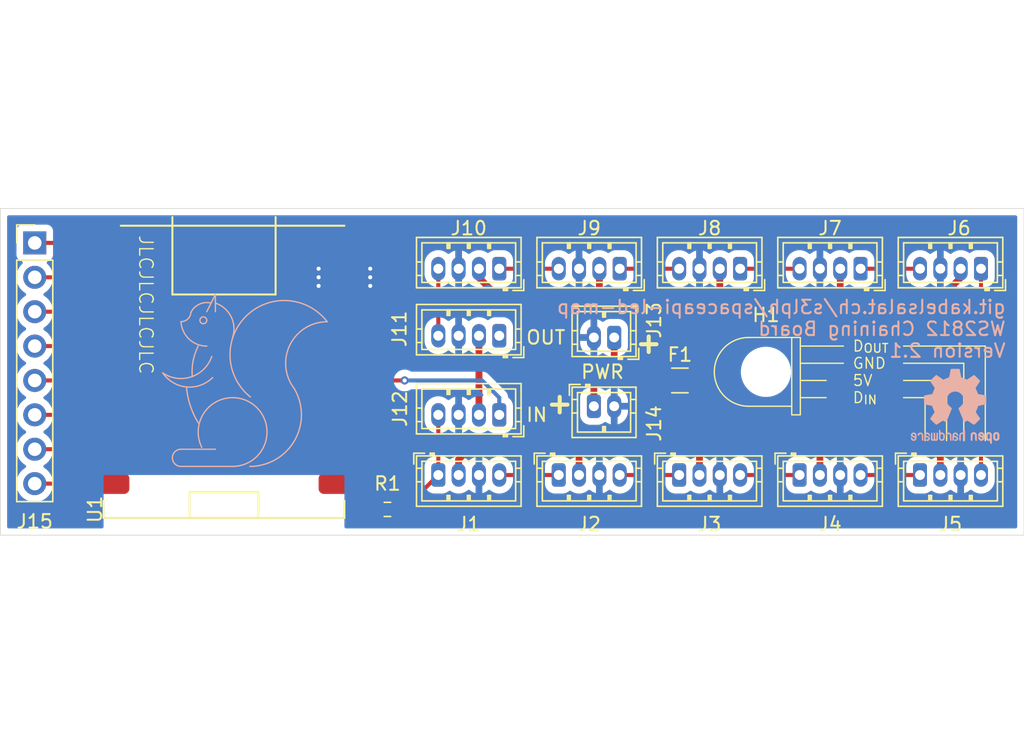
<source format=kicad_pcb>
(kicad_pcb
	(version 20240108)
	(generator "pcbnew")
	(generator_version "8.0")
	(general
		(thickness 1.6)
		(legacy_teardrops no)
	)
	(paper "A4")
	(layers
		(0 "F.Cu" signal)
		(31 "B.Cu" signal)
		(32 "B.Adhes" user "B.Adhesive")
		(33 "F.Adhes" user "F.Adhesive")
		(34 "B.Paste" user)
		(35 "F.Paste" user)
		(36 "B.SilkS" user "B.Silkscreen")
		(37 "F.SilkS" user "F.Silkscreen")
		(38 "B.Mask" user)
		(39 "F.Mask" user)
		(40 "Dwgs.User" user "User.Drawings")
		(41 "Cmts.User" user "User.Comments")
		(42 "Eco1.User" user "User.Eco1")
		(43 "Eco2.User" user "User.Eco2")
		(44 "Edge.Cuts" user)
		(45 "Margin" user)
		(46 "B.CrtYd" user "B.Courtyard")
		(47 "F.CrtYd" user "F.Courtyard")
		(48 "B.Fab" user)
		(49 "F.Fab" user)
		(50 "User.1" user)
		(51 "User.2" user)
		(52 "User.3" user)
		(53 "User.4" user)
		(54 "User.5" user)
		(55 "User.6" user)
		(56 "User.7" user)
		(57 "User.8" user)
		(58 "User.9" user)
	)
	(setup
		(pad_to_mask_clearance 0)
		(allow_soldermask_bridges_in_footprints no)
		(pcbplotparams
			(layerselection 0x00010fc_ffffffff)
			(plot_on_all_layers_selection 0x0000000_00000000)
			(disableapertmacros no)
			(usegerberextensions no)
			(usegerberattributes yes)
			(usegerberadvancedattributes yes)
			(creategerberjobfile yes)
			(dashed_line_dash_ratio 12.000000)
			(dashed_line_gap_ratio 3.000000)
			(svgprecision 4)
			(plotframeref no)
			(viasonmask no)
			(mode 1)
			(useauxorigin no)
			(hpglpennumber 1)
			(hpglpenspeed 20)
			(hpglpendiameter 15.000000)
			(pdf_front_fp_property_popups yes)
			(pdf_back_fp_property_popups yes)
			(dxfpolygonmode yes)
			(dxfimperialunits yes)
			(dxfusepcbnewfont yes)
			(psnegative no)
			(psa4output no)
			(plotreference yes)
			(plotvalue yes)
			(plotfptext yes)
			(plotinvisibletext no)
			(sketchpadsonfab no)
			(subtractmaskfromsilk no)
			(outputformat 1)
			(mirror no)
			(drillshape 0)
			(scaleselection 1)
			(outputdirectory "/tmp/foo/")
		)
	)
	(net 0 "")
	(net 1 "+5F")
	(net 2 "+5V")
	(net 3 "GND")
	(net 4 "Net-(J1-Pin_4)")
	(net 5 "Net-(J2-Pin_4)")
	(net 6 "Net-(J3-Pin_4)")
	(net 7 "Net-(J4-Pin_4)")
	(net 8 "Net-(J5-Pin_4)")
	(net 9 "Net-(J6-Pin_4)")
	(net 10 "Net-(J7-Pin_4)")
	(net 11 "Net-(J8-Pin_4)")
	(net 12 "Net-(J10-Pin_1)")
	(net 13 "Net-(J10-Pin_4)")
	(net 14 "LDR")
	(net 15 "unconnected-(J11-Pin_1-Pad1)")
	(net 16 "D20")
	(net 17 "unconnected-(U1-D1-Pad10)")
	(net 18 "D21")
	(net 19 "D8")
	(net 20 "D7")
	(net 21 "D5")
	(net 22 "D10")
	(net 23 "unconnected-(U1-D4-Pad13)")
	(net 24 "D6")
	(net 25 "D9")
	(net 26 "unconnected-(U1-3V3-Pad14)")
	(net 27 "D_{IN}")
	(net 28 "Net-(U1-D0)")
	(net 29 "unconnected-(U1-D2-Pad11)")
	(footprint "Connector_JST:JST_ZH_B4B-ZR_1x04_P1.50mm_Vertical" (layer "F.Cu") (at 210.82 60.325 180))
	(footprint "Connector_JST:JST_ZH_B4B-ZR_1x04_P1.50mm_Vertical" (layer "F.Cu") (at 219.71 60.325 180))
	(footprint "Connector_JST:JST_ZH_B4B-ZR_1x04_P1.50mm_Vertical" (layer "F.Cu") (at 206.32 75.565))
	(footprint "Connector_JST:JST_ZH_B4B-ZR_1x04_P1.50mm_Vertical" (layer "F.Cu") (at 232.99 75.565))
	(footprint "MountingHole:MountingHole_3.2mm_M3" (layer "F.Cu") (at 230.505 67.945))
	(footprint "Connector_PinHeader_2.54mm:PinHeader_1x08_P2.54mm_Vertical" (layer "F.Cu") (at 176.53 58.42))
	(footprint "Connector_JST:JST_ZH_B2B-ZR_1x02_P1.50mm_Vertical" (layer "F.Cu") (at 217.805 70.485))
	(footprint "Fuse:Fuse_1206_3216Metric" (layer "F.Cu") (at 224.155 68.58))
	(footprint "Connector_JST:JST_ZH_B2B-ZR_1x02_P1.50mm_Vertical" (layer "F.Cu") (at 219.305 65.405 180))
	(footprint "ledbcp:ESP32C3" (layer "F.Cu") (at 181.61 76.2))
	(footprint "Connector_JST:JST_ZH_B4B-ZR_1x04_P1.50mm_Vertical" (layer "F.Cu") (at 241.88 75.565))
	(footprint "Connector_JST:JST_ZH_B4B-ZR_1x04_P1.50mm_Vertical" (layer "F.Cu") (at 237.49 60.325 180))
	(footprint "Connector_JST:JST_ZH_B4B-ZR_1x04_P1.50mm_Vertical" (layer "F.Cu") (at 228.6 60.325 180))
	(footprint "Resistor_SMD:R_0603_1608Metric" (layer "F.Cu") (at 202.565 78.105))
	(footprint "Connector_JST:JST_ZH_B4B-ZR_1x04_P1.50mm_Vertical" (layer "F.Cu") (at 246.38 60.325 180))
	(footprint "Connector_JST:JST_ZH_B4B-ZR_1x04_P1.50mm_Vertical" (layer "F.Cu") (at 224.1 75.565))
	(footprint "Connector_JST:JST_ZH_B4B-ZR_1x04_P1.50mm_Vertical" (layer "F.Cu") (at 210.82 71.12 180))
	(footprint "Connector_JST:JST_ZH_B4B-ZR_1x04_P1.50mm_Vertical" (layer "F.Cu") (at 215.21 75.565))
	(footprint "Connector_JST:JST_ZH_B4B-ZR_1x04_P1.50mm_Vertical" (layer "F.Cu") (at 210.82 65.278 180))
	(footprint "Symbol:OSHW-Logo2_7.3x6mm_SilkScreen" (layer "B.Cu") (at 244.475 70.485 180))
	(gr_line
		(start 187.325 74.93)
		(end 191.135 74.93)
		(stroke
			(width 0.1)
			(type default)
		)
		(layer "B.SilkS")
		(uuid "04c369d0-d0b6-423b-9082-d07c89f05c0b")
	)
	(gr_arc
		(start 189.598474 66.797825)
		(mid 188.092623 68.310184)
		(end 185.977963 68.022038)
		(stroke
			(width 0.1)
			(type default)
		)
		(layer "B.SilkS")
		(uuid "0a397e8f-e23e-4dc0-a42d-1aae76820a48")
	)
	(gr_arc
		(start 188.059118 63.549559)
		(mid 188.68299 62.945679)
		(end 189.5475 62.865)
		(stroke
			(width 0.1)
			(type default)
		)
		(layer "B.SilkS")
		(uuid "151b5aba-f355-4963-a06f-6f11b3b8fe00")
	)
	(gr_arc
		(start 189.865 62.865)
		(mid 191.026051 63.871974)
		(end 191.135 65.405)
		(stroke
			(width 0.1)
			(type default)
		)
		(layer "B.SilkS")
		(uuid "25d6be35-82c9-488a-9f56-45ec718b717d")
	)
	(gr_arc
		(start 192.446119 69.798602)
		(mid 192.146086 63.817138)
		(end 198.119999 64.241756)
		(stroke
			(width 0.1)
			(type default)
		)
		(layer "B.SilkS")
		(uuid "31c797e5-88f1-4731-8758-fb87cb84d6b7")
	)
	(gr_arc
		(start 188.620987 71.738758)
		(mid 188.017023 70.452991)
		(end 187.734494 69.060818)
		(stroke
			(width 0.1)
			(type default)
		)
		(layer "B.SilkS")
		(u
... [96938 chars truncated]
</source>
